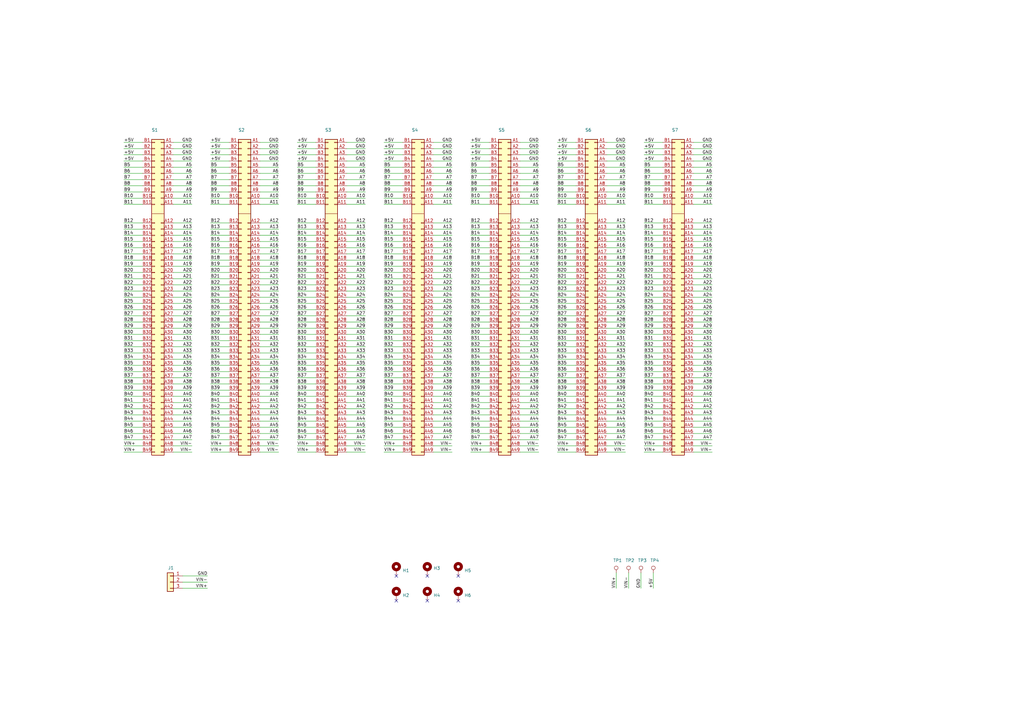
<source format=kicad_sch>
(kicad_sch (version 20230121) (generator eeschema)
  (paper "A3")
  (title_block (title "Backplane board") (date "2023-05-13") (rev "0.2"))
  (no_connect (at 175.26 246.38))
  (no_connect (at 162.56 236.22))
  (no_connect (at 175.26 236.22))
  (no_connect (at 187.96 236.22))
  (no_connect (at 162.56 246.38))
  (no_connect (at 187.96 246.38))
  (wire (pts (xy 142.24 71.12) (xy 149.86 71.12)))
  (wire (pts (xy 50.8 147.32) (xy 58.42 147.32)))
  (wire (pts (xy 121.92 111.76) (xy 129.54 111.76)))
  (wire (pts (xy 71.12 101.6) (xy 78.74 101.6)))
  (wire (pts (xy 193.04 58.42) (xy 200.66 58.42)))
  (wire (pts (xy 142.24 134.62) (xy 149.86 134.62)))
  (wire (pts (xy 157.48 132.08) (xy 165.1 132.08)))
  (wire (pts (xy 213.36 185.42) (xy 220.98 185.42)))
  (wire (pts (xy 177.8 170.18) (xy 185.42 170.18)))
  (wire (pts (xy 71.12 137.16) (xy 78.74 137.16)))
  (wire (pts (xy 213.36 167.64) (xy 220.98 167.64)))
  (wire (pts (xy 213.36 124.46) (xy 220.98 124.46)))
  (wire (pts (xy 142.24 167.64) (xy 149.86 167.64)))
  (wire (pts (xy 228.6 180.34) (xy 236.22 180.34)))
  (wire (pts (xy 284.48 78.74) (xy 292.1 78.74)))
  (wire (pts (xy 177.8 154.94) (xy 185.42 154.94)))
  (wire (pts (xy 213.36 93.98) (xy 220.98 93.98)))
  (wire (pts (xy 264.16 154.94) (xy 271.78 154.94)))
  (wire (pts (xy 157.48 165.1) (xy 165.1 165.1)))
  (wire (pts (xy 228.6 152.4) (xy 236.22 152.4)))
  (wire (pts (xy 228.6 172.72) (xy 236.22 172.72)))
  (wire (pts (xy 228.6 91.44) (xy 236.22 91.44)))
  (wire (pts (xy 213.36 114.3) (xy 220.98 114.3)))
  (wire (pts (xy 71.12 114.3) (xy 78.74 114.3)))
  (wire (pts (xy 86.36 144.78) (xy 93.98 144.78)))
  (wire (pts (xy 177.8 114.3) (xy 185.42 114.3)))
  (wire (pts (xy 284.48 83.82) (xy 292.1 83.82)))
  (wire (pts (xy 248.92 99.06) (xy 256.54 99.06)))
  (wire (pts (xy 284.48 132.08) (xy 292.1 132.08)))
  (wire (pts (xy 193.04 114.3) (xy 200.66 114.3)))
  (wire (pts (xy 264.16 111.76) (xy 271.78 111.76)))
  (wire (pts (xy 228.6 96.52) (xy 236.22 96.52)))
  (wire (pts (xy 193.04 154.94) (xy 200.66 154.94)))
  (wire (pts (xy 284.48 129.54) (xy 292.1 129.54)))
  (wire (pts (xy 121.92 63.5) (xy 129.54 63.5)))
  (wire (pts (xy 71.12 129.54) (xy 78.74 129.54)))
  (wire (pts (xy 177.8 139.7) (xy 185.42 139.7)))
  (wire (pts (xy 264.16 185.42) (xy 271.78 185.42)))
  (wire (pts (xy 106.68 175.26) (xy 114.3 175.26)))
  (wire (pts (xy 121.92 119.38) (xy 129.54 119.38)))
  (wire (pts (xy 177.8 152.4) (xy 185.42 152.4)))
  (wire (pts (xy 86.36 101.6) (xy 93.98 101.6)))
  (wire (pts (xy 193.04 63.5) (xy 200.66 63.5)))
  (wire (pts (xy 193.04 132.08) (xy 200.66 132.08)))
  (wire (pts (xy 177.8 149.86) (xy 185.42 149.86)))
  (wire (pts (xy 106.68 91.44) (xy 114.3 91.44)))
  (wire (pts (xy 142.24 73.66) (xy 149.86 73.66)))
  (wire (pts (xy 50.8 119.38) (xy 58.42 119.38)))
  (wire (pts (xy 213.36 152.4) (xy 220.98 152.4)))
  (wire (pts (xy 86.36 114.3) (xy 93.98 114.3)))
  (wire (pts (xy 248.92 152.4) (xy 256.54 152.4)))
  (wire (pts (xy 284.48 142.24) (xy 292.1 142.24)))
  (wire (pts (xy 264.16 63.5) (xy 271.78 63.5)))
  (wire (pts (xy 71.12 175.26) (xy 78.74 175.26)))
  (wire (pts (xy 228.6 81.28) (xy 236.22 81.28)))
  (wire (pts (xy 121.92 66.04) (xy 129.54 66.04)))
  (wire (pts (xy 248.92 144.78) (xy 256.54 144.78)))
  (wire (pts (xy 264.16 114.3) (xy 271.78 114.3)))
  (wire (pts (xy 142.24 180.34) (xy 149.86 180.34)))
  (wire (pts (xy 106.68 137.16) (xy 114.3 137.16)))
  (wire (pts (xy 86.36 73.66) (xy 93.98 73.66)))
  (wire (pts (xy 228.6 134.62) (xy 236.22 134.62)))
  (wire (pts (xy 213.36 154.94) (xy 220.98 154.94)))
  (wire (pts (xy 86.36 119.38) (xy 93.98 119.38)))
  (wire (pts (xy 284.48 121.92) (xy 292.1 121.92)))
  (wire (pts (xy 284.48 182.88) (xy 292.1 182.88)))
  (wire (pts (xy 50.8 63.5) (xy 58.42 63.5)))
  (wire (pts (xy 248.92 162.56) (xy 256.54 162.56)))
  (wire (pts (xy 213.36 81.28) (xy 220.98 81.28)))
  (wire (pts (xy 50.8 83.82) (xy 58.42 83.82)))
  (wire (pts (xy 264.16 132.08) (xy 271.78 132.08)))
  (wire (pts (xy 106.68 93.98) (xy 114.3 93.98)))
  (wire (pts (xy 71.12 154.94) (xy 78.74 154.94)))
  (wire (pts (xy 106.68 101.6) (xy 114.3 101.6)))
  (wire (pts (xy 264.16 172.72) (xy 271.78 172.72)))
  (wire (pts (xy 284.48 119.38) (xy 292.1 119.38)))
  (wire (pts (xy 264.16 147.32) (xy 271.78 147.32)))
  (wire (pts (xy 142.24 177.8) (xy 149.86 177.8)))
  (wire (pts (xy 121.92 83.82) (xy 129.54 83.82)))
  (wire (pts (xy 106.68 106.68) (xy 114.3 106.68)))
  (wire (pts (xy 193.04 175.26) (xy 200.66 175.26)))
  (wire (pts (xy 213.36 182.88) (xy 220.98 182.88)))
  (wire (pts (xy 71.12 83.82) (xy 78.74 83.82)))
  (wire (pts (xy 248.92 76.2) (xy 256.54 76.2)))
  (wire (pts (xy 106.68 134.62) (xy 114.3 134.62)))
  (wire (pts (xy 157.48 147.32) (xy 165.1 147.32)))
  (wire (pts (xy 106.68 60.96) (xy 114.3 60.96)))
  (wire (pts (xy 193.04 172.72) (xy 200.66 172.72)))
  (wire (pts (xy 157.48 170.18) (xy 165.1 170.18)))
  (wire (pts (xy 50.8 144.78) (xy 58.42 144.78)))
  (wire (pts (xy 142.24 114.3) (xy 149.86 114.3)))
  (wire (pts (xy 86.36 93.98) (xy 93.98 93.98)))
  (wire (pts (xy 193.04 127) (xy 200.66 127)))
  (wire (pts (xy 50.8 129.54) (xy 58.42 129.54)))
  (wire (pts (xy 50.8 121.92) (xy 58.42 121.92)))
  (wire (pts (xy 142.24 152.4) (xy 149.86 152.4)))
  (wire (pts (xy 284.48 66.04) (xy 292.1 66.04)))
  (wire (pts (xy 284.48 180.34) (xy 292.1 180.34)))
  (wire (pts (xy 248.92 91.44) (xy 256.54 91.44)))
  (wire (pts (xy 213.36 160.02) (xy 220.98 160.02)))
  (wire (pts (xy 86.36 137.16) (xy 93.98 137.16)))
  (wire (pts (xy 193.04 99.06) (xy 200.66 99.06)))
  (wire (pts (xy 50.8 139.7) (xy 58.42 139.7)))
  (wire (pts (xy 50.8 137.16) (xy 58.42 137.16)))
  (wire (pts (xy 121.92 137.16) (xy 129.54 137.16)))
  (wire (pts (xy 284.48 109.22) (xy 292.1 109.22)))
  (wire (pts (xy 193.04 83.82) (xy 200.66 83.82)))
  (wire (pts (xy 50.8 96.52) (xy 58.42 96.52)))
  (wire (pts (xy 50.8 66.04) (xy 58.42 66.04)))
  (wire (pts (xy 86.36 180.34) (xy 93.98 180.34)))
  (wire (pts (xy 86.36 109.22) (xy 93.98 109.22)))
  (wire (pts (xy 264.16 81.28) (xy 271.78 81.28)))
  (wire (pts (xy 284.48 114.3) (xy 292.1 114.3)))
  (wire (pts (xy 213.36 119.38) (xy 220.98 119.38)))
  (wire (pts (xy 193.04 93.98) (xy 200.66 93.98)))
  (wire (pts (xy 264.16 142.24) (xy 271.78 142.24)))
  (wire (pts (xy 86.36 167.64) (xy 93.98 167.64)))
  (wire (pts (xy 106.68 119.38) (xy 114.3 119.38)))
  (wire (pts (xy 248.92 142.24) (xy 256.54 142.24)))
  (wire (pts (xy 262.89 234.95) (xy 262.89 241.3)))
  (wire (pts (xy 71.12 132.08) (xy 78.74 132.08)))
  (wire (pts (xy 50.8 167.64) (xy 58.42 167.64)))
  (wire (pts (xy 86.36 152.4) (xy 93.98 152.4)))
  (wire (pts (xy 121.92 127) (xy 129.54 127)))
  (wire (pts (xy 193.04 165.1) (xy 200.66 165.1)))
  (wire (pts (xy 264.16 175.26) (xy 271.78 175.26)))
  (wire (pts (xy 121.92 68.58) (xy 129.54 68.58)))
  (wire (pts (xy 248.92 170.18) (xy 256.54 170.18)))
  (wire (pts (xy 142.24 124.46) (xy 149.86 124.46)))
  (wire (pts (xy 71.12 172.72) (xy 78.74 172.72)))
  (wire (pts (xy 193.04 170.18) (xy 200.66 170.18)))
  (wire (pts (xy 157.48 162.56) (xy 165.1 162.56)))
  (wire (pts (xy 71.12 73.66) (xy 78.74 73.66)))
  (wire (pts (xy 50.8 101.6) (xy 58.42 101.6)))
  (wire (pts (xy 228.6 132.08) (xy 236.22 132.08)))
  (wire (pts (xy 284.48 104.14) (xy 292.1 104.14)))
  (wire (pts (xy 106.68 129.54) (xy 114.3 129.54)))
  (wire (pts (xy 50.8 182.88) (xy 58.42 182.88)))
  (wire (pts (xy 248.92 121.92) (xy 256.54 121.92)))
  (wire (pts (xy 71.12 76.2) (xy 78.74 76.2)))
  (wire (pts (xy 228.6 76.2) (xy 236.22 76.2)))
  (wire (pts (xy 50.8 76.2) (xy 58.42 76.2)))
  (wire (pts (xy 248.92 167.64) (xy 256.54 167.64)))
  (wire (pts (xy 50.8 109.22) (xy 58.42 109.22)))
  (wire (pts (xy 157.48 119.38) (xy 165.1 119.38)))
  (wire (pts (xy 177.8 119.38) (xy 185.42 119.38)))
  (wire (pts (xy 50.8 60.96) (xy 58.42 60.96)))
  (wire (pts (xy 248.92 134.62) (xy 256.54 134.62)))
  (wire (pts (xy 193.04 147.32) (xy 200.66 147.32)))
  (wire (pts (xy 157.48 104.14) (xy 165.1 104.14)))
  (wire (pts (xy 177.8 182.88) (xy 185.42 182.88)))
  (wire (pts (xy 228.6 170.18) (xy 236.22 170.18)))
  (wire (pts (xy 86.36 76.2) (xy 93.98 76.2)))
  (wire (pts (xy 142.24 106.68) (xy 149.86 106.68)))
  (wire (pts (xy 213.36 116.84) (xy 220.98 116.84)))
  (wire (pts (xy 257.81 234.95) (xy 257.81 241.3)))
  (wire (pts (xy 284.48 71.12) (xy 292.1 71.12)))
  (wire (pts (xy 264.16 106.68) (xy 271.78 106.68)))
  (wire (pts (xy 177.8 66.04) (xy 185.42 66.04)))
  (wire (pts (xy 71.12 66.04) (xy 78.74 66.04)))
  (wire (pts (xy 213.36 172.72) (xy 220.98 172.72)))
  (wire (pts (xy 228.6 167.64) (xy 236.22 167.64)))
  (wire (pts (xy 177.8 104.14) (xy 185.42 104.14)))
  (wire (pts (xy 106.68 182.88) (xy 114.3 182.88)))
  (wire (pts (xy 264.16 139.7) (xy 271.78 139.7)))
  (wire (pts (xy 177.8 71.12) (xy 185.42 71.12)))
  (wire (pts (xy 284.48 58.42) (xy 292.1 58.42)))
  (wire (pts (xy 228.6 68.58) (xy 236.22 68.58)))
  (wire (pts (xy 284.48 149.86) (xy 292.1 149.86)))
  (wire (pts (xy 106.68 154.94) (xy 114.3 154.94)))
  (wire (pts (xy 193.04 142.24) (xy 200.66 142.24)))
  (wire (pts (xy 106.68 177.8) (xy 114.3 177.8)))
  (wire (pts (xy 284.48 152.4) (xy 292.1 152.4)))
  (wire (pts (xy 213.36 144.78) (xy 220.98 144.78)))
  (wire (pts (xy 71.12 180.34) (xy 78.74 180.34)))
  (wire (pts (xy 284.48 137.16) (xy 292.1 137.16)))
  (wire (pts (xy 193.04 167.64) (xy 200.66 167.64)))
  (wire (pts (xy 284.48 167.64) (xy 292.1 167.64)))
  (wire (pts (xy 121.92 99.06) (xy 129.54 99.06)))
  (wire (pts (xy 177.8 172.72) (xy 185.42 172.72)))
  (wire (pts (xy 142.24 132.08) (xy 149.86 132.08)))
  (wire (pts (xy 106.68 78.74) (xy 114.3 78.74)))
  (wire (pts (xy 86.36 162.56) (xy 93.98 162.56)))
  (wire (pts (xy 264.16 165.1) (xy 271.78 165.1)))
  (wire (pts (xy 228.6 147.32) (xy 236.22 147.32)))
  (wire (pts (xy 213.36 106.68) (xy 220.98 106.68)))
  (wire (pts (xy 177.8 63.5) (xy 185.42 63.5)))
  (wire (pts (xy 86.36 66.04) (xy 93.98 66.04)))
  (wire (pts (xy 142.24 119.38) (xy 149.86 119.38)))
  (wire (pts (xy 228.6 116.84) (xy 236.22 116.84)))
  (wire (pts (xy 177.8 111.76) (xy 185.42 111.76)))
  (wire (pts (xy 121.92 182.88) (xy 129.54 182.88)))
  (wire (pts (xy 106.68 162.56) (xy 114.3 162.56)))
  (wire (pts (xy 157.48 60.96) (xy 165.1 60.96)))
  (wire (pts (xy 50.8 157.48) (xy 58.42 157.48)))
  (wire (pts (xy 50.8 124.46) (xy 58.42 124.46)))
  (wire (pts (xy 71.12 119.38) (xy 78.74 119.38)))
  (wire (pts (xy 228.6 106.68) (xy 236.22 106.68)))
  (wire (pts (xy 228.6 142.24) (xy 236.22 142.24)))
  (wire (pts (xy 177.8 160.02) (xy 185.42 160.02)))
  (wire (pts (xy 213.36 149.86) (xy 220.98 149.86)))
  (wire (pts (xy 71.12 104.14) (xy 78.74 104.14)))
  (wire (pts (xy 177.8 121.92) (xy 185.42 121.92)))
  (wire (pts (xy 121.92 160.02) (xy 129.54 160.02)))
  (wire (pts (xy 86.36 177.8) (xy 93.98 177.8)))
  (wire (pts (xy 86.36 132.08) (xy 93.98 132.08)))
  (wire (pts (xy 264.16 137.16) (xy 271.78 137.16)))
  (wire (pts (xy 228.6 78.74) (xy 236.22 78.74)))
  (wire (pts (xy 248.92 96.52) (xy 256.54 96.52)))
  (wire (pts (xy 284.48 147.32) (xy 292.1 147.32)))
  (wire (pts (xy 193.04 149.86) (xy 200.66 149.86)))
  (wire (pts (xy 142.24 175.26) (xy 149.86 175.26)))
  (wire (pts (xy 142.24 63.5) (xy 149.86 63.5)))
  (wire (pts (xy 264.16 152.4) (xy 271.78 152.4)))
  (wire (pts (xy 193.04 96.52) (xy 200.66 96.52)))
  (wire (pts (xy 157.48 129.54) (xy 165.1 129.54)))
  (wire (pts (xy 264.16 58.42) (xy 271.78 58.42)))
  (wire (pts (xy 157.48 121.92) (xy 165.1 121.92)))
  (wire (pts (xy 157.48 63.5) (xy 165.1 63.5)))
  (wire (pts (xy 71.12 165.1) (xy 78.74 165.1)))
  (wire (pts (xy 213.36 68.58) (xy 220.98 68.58)))
  (wire (pts (xy 248.92 157.48) (xy 256.54 157.48)))
  (wire (pts (xy 213.36 71.12) (xy 220.98 71.12)))
  (wire (pts (xy 252.73 234.95) (xy 252.73 241.3)))
  (wire (pts (xy 177.8 83.82) (xy 185.42 83.82)))
  (wire (pts (xy 228.6 177.8) (xy 236.22 177.8)))
  (wire (pts (xy 157.48 134.62) (xy 165.1 134.62)))
  (wire (pts (xy 74.93 238.76) (xy 85.09 238.76)))
  (wire (pts (xy 71.12 121.92) (xy 78.74 121.92)))
  (wire (pts (xy 86.36 129.54) (xy 93.98 129.54)))
  (wire (pts (xy 284.48 139.7) (xy 292.1 139.7)))
  (wire (pts (xy 142.24 91.44) (xy 149.86 91.44)))
  (wire (pts (xy 157.48 111.76) (xy 165.1 111.76)))
  (wire (pts (xy 50.8 149.86) (xy 58.42 149.86)))
  (wire (pts (xy 248.92 63.5) (xy 256.54 63.5)))
  (wire (pts (xy 264.16 60.96) (xy 271.78 60.96)))
  (wire (pts (xy 248.92 104.14) (xy 256.54 104.14)))
  (wire (pts (xy 71.12 81.28) (xy 78.74 81.28)))
  (wire (pts (xy 157.48 177.8) (xy 165.1 177.8)))
  (wire (pts (xy 71.12 111.76) (xy 78.74 111.76)))
  (wire (pts (xy 157.48 160.02) (xy 165.1 160.02)))
  (wire (pts (xy 177.8 132.08) (xy 185.42 132.08)))
  (wire (pts (xy 284.48 165.1) (xy 292.1 165.1)))
  (wire (pts (xy 142.24 170.18) (xy 149.86 170.18)))
  (wire (pts (xy 142.24 101.6) (xy 149.86 101.6)))
  (wire (pts (xy 106.68 139.7) (xy 114.3 139.7)))
  (wire (pts (xy 248.92 116.84) (xy 256.54 116.84)))
  (wire (pts (xy 264.16 134.62) (xy 271.78 134.62)))
  (wire (pts (xy 106.68 147.32) (xy 114.3 147.32)))
  (wire (pts (xy 106.68 66.04) (xy 114.3 66.04)))
  (wire (pts (xy 106.68 124.46) (xy 114.3 124.46)))
  (wire (pts (xy 213.36 162.56) (xy 220.98 162.56)))
  (wire (pts (xy 142.24 76.2) (xy 149.86 76.2)))
  (wire (pts (xy 228.6 154.94) (xy 236.22 154.94)))
  (wire (pts (xy 228.6 129.54) (xy 236.22 129.54)))
  (wire (pts (xy 86.36 139.7) (xy 93.98 139.7)))
  (wire (pts (xy 248.92 132.08) (xy 256.54 132.08)))
  (wire (pts (xy 121.92 170.18) (xy 129.54 170.18)))
  (wire (pts (xy 248.92 177.8) (xy 256.54 177.8)))
  (wire (pts (xy 71.12 152.4) (xy 78.74 152.4)))
  (wire (pts (xy 86.36 147.32) (xy 93.98 147.32)))
  (wire (pts (xy 228.6 60.96) (xy 236.22 60.96)))
  (wire (pts (xy 142.24 66.04) (xy 149.86 66.04)))
  (wire (pts (xy 193.04 116.84) (xy 200.66 116.84)))
  (wire (pts (xy 213.36 165.1) (xy 220.98 165.1)))
  (wire (pts (xy 228.6 139.7) (xy 236.22 139.7)))
  (wire (pts (xy 121.92 139.7) (xy 129.54 139.7)))
  (wire (pts (xy 177.8 58.42) (xy 185.42 58.42)))
  (wire (pts (xy 86.36 160.02) (xy 93.98 160.02)))
  (wire (pts (xy 121.92 121.92) (xy 129.54 121.92)))
  (wire (pts (xy 193.04 134.62) (xy 200.66 134.62)))
  (wire (pts (xy 264.16 124.46) (xy 271.78 124.46)))
  (wire (pts (xy 121.92 76.2) (xy 129.54 76.2)))
  (wire (pts (xy 106.68 111.76) (xy 114.3 111.76)))
  (wire (pts (xy 142.24 78.74) (xy 149.86 78.74)))
  (wire (pts (xy 248.92 127) (xy 256.54 127)))
  (wire (pts (xy 193.04 91.44) (xy 200.66 91.44)))
  (wire (pts (xy 50.8 162.56) (xy 58.42 162.56)))
  (wire (pts (xy 50.8 71.12) (xy 58.42 71.12)))
  (wire (pts (xy 86.36 104.14) (xy 93.98 104.14)))
  (wire (pts (xy 121.92 175.26) (xy 129.54 175.26)))
  (wire (pts (xy 121.92 132.08) (xy 129.54 132.08)))
  (wire (pts (xy 86.36 121.92) (xy 93.98 121.92)))
  (wire (pts (xy 284.48 81.28) (xy 292.1 81.28)))
  (wire (pts (xy 157.48 142.24) (xy 165.1 142.24)))
  (wire (pts (xy 121.92 147.32) (xy 129.54 147.32)))
  (wire (pts (xy 50.8 180.34) (xy 58.42 180.34)))
  (wire (pts (xy 106.68 132.08) (xy 114.3 132.08)))
  (wire (pts (xy 142.24 160.02) (xy 149.86 160.02)))
  (wire (pts (xy 142.24 147.32) (xy 149.86 147.32)))
  (wire (pts (xy 264.16 116.84) (xy 271.78 116.84)))
  (wire (pts (xy 86.36 60.96) (xy 93.98 60.96)))
  (wire (pts (xy 284.48 144.78) (xy 292.1 144.78)))
  (wire (pts (xy 228.6 149.86) (xy 236.22 149.86)))
  (wire (pts (xy 71.12 147.32) (xy 78.74 147.32)))
  (wire (pts (xy 177.8 124.46) (xy 185.42 124.46)))
  (wire (pts (xy 213.36 111.76) (xy 220.98 111.76)))
  (wire (pts (xy 50.8 93.98) (xy 58.42 93.98)))
  (wire (pts (xy 248.92 83.82) (xy 256.54 83.82)))
  (wire (pts (xy 74.93 241.3) (xy 85.09 241.3)))
  (wire (pts (xy 157.48 172.72) (xy 165.1 172.72)))
  (wire (pts (xy 86.36 124.46) (xy 93.98 124.46)))
  (wire (pts (xy 228.6 160.02) (xy 236.22 160.02)))
  (wire (pts (xy 86.36 83.82) (xy 93.98 83.82)))
  (wire (pts (xy 193.04 106.68) (xy 200.66 106.68)))
  (wire (pts (xy 50.8 116.84) (xy 58.42 116.84)))
  (wire (pts (xy 177.8 81.28) (xy 185.42 81.28)))
  (wire (pts (xy 248.92 68.58) (xy 256.54 68.58)))
  (wire (pts (xy 86.36 68.58) (xy 93.98 68.58)))
  (wire (pts (xy 121.92 144.78) (xy 129.54 144.78)))
  (wire (pts (xy 86.36 111.76) (xy 93.98 111.76)))
  (wire (pts (xy 71.12 162.56) (xy 78.74 162.56)))
  (wire (pts (xy 228.6 137.16) (xy 236.22 137.16)))
  (wire (pts (xy 106.68 152.4) (xy 114.3 152.4)))
  (wire (pts (xy 142.24 142.24) (xy 149.86 142.24)))
  (wire (pts (xy 228.6 58.42) (xy 236.22 58.42)))
  (wire (pts (xy 86.36 116.84) (xy 93.98 116.84)))
  (wire (pts (xy 193.04 104.14) (xy 200.66 104.14)))
  (wire (pts (xy 213.36 58.42) (xy 220.98 58.42)))
  (wire (pts (xy 177.8 177.8) (xy 185.42 177.8)))
  (wire (pts (xy 264.16 129.54) (xy 271.78 129.54)))
  (wire (pts (xy 213.36 96.52) (xy 220.98 96.52)))
  (wire (pts (xy 142.24 172.72) (xy 149.86 172.72)))
  (wire (pts (xy 228.6 66.04) (xy 236.22 66.04)))
  (wire (pts (xy 86.36 63.5) (xy 93.98 63.5)))
  (wire (pts (xy 264.16 83.82) (xy 271.78 83.82)))
  (wire (pts (xy 106.68 149.86) (xy 114.3 149.86)))
  (wire (pts (xy 121.92 157.48) (xy 129.54 157.48)))
  (wire (pts (xy 71.12 182.88) (xy 78.74 182.88)))
  (wire (pts (xy 121.92 167.64) (xy 129.54 167.64)))
  (wire (pts (xy 50.8 58.42) (xy 58.42 58.42)))
  (wire (pts (xy 71.12 60.96) (xy 78.74 60.96)))
  (wire (pts (xy 142.24 162.56) (xy 149.86 162.56)))
  (wire (pts (xy 86.36 172.72) (xy 93.98 172.72)))
  (wire (pts (xy 106.68 104.14) (xy 114.3 104.14)))
  (wire (pts (xy 284.48 101.6) (xy 292.1 101.6)))
  (wire (pts (xy 106.68 165.1) (xy 114.3 165.1)))
  (wire (pts (xy 213.36 180.34) (xy 220.98 180.34)))
  (wire (pts (xy 193.04 157.48) (xy 200.66 157.48)))
  (wire (pts (xy 193.04 109.22) (xy 200.66 109.22)))
  (wire (pts (xy 264.16 121.92) (xy 271.78 121.92)))
  (wire (pts (xy 71.12 116.84) (xy 78.74 116.84)))
  (wire (pts (xy 71.12 170.18) (xy 78.74 170.18)))
  (wire (pts (xy 248.92 129.54) (xy 256.54 129.54)))
  (wire (pts (xy 142.24 104.14) (xy 149.86 104.14)))
  (wire (pts (xy 121.92 71.12) (xy 129.54 71.12)))
  (wire (pts (xy 142.24 157.48) (xy 149.86 157.48)))
  (wire (pts (xy 71.12 134.62) (xy 78.74 134.62)))
  (wire (pts (xy 177.8 142.24) (xy 185.42 142.24)))
  (wire (pts (xy 121.92 81.28) (xy 129.54 81.28)))
  (wire (pts (xy 121.92 162.56) (xy 129.54 162.56)))
  (wire (pts (xy 106.68 144.78) (xy 114.3 144.78)))
  (wire (pts (xy 213.36 63.5) (xy 220.98 63.5)))
  (wire (pts (xy 142.24 83.82) (xy 149.86 83.82)))
  (wire (pts (xy 50.8 175.26) (xy 58.42 175.26)))
  (wire (pts (xy 106.68 83.82) (xy 114.3 83.82)))
  (wire (pts (xy 71.12 91.44) (xy 78.74 91.44)))
  (wire (pts (xy 193.04 144.78) (xy 200.66 144.78)))
  (wire (pts (xy 284.48 93.98) (xy 292.1 93.98)))
  (wire (pts (xy 157.48 154.94) (xy 165.1 154.94)))
  (wire (pts (xy 264.16 157.48) (xy 271.78 157.48)))
  (wire (pts (xy 177.8 78.74) (xy 185.42 78.74)))
  (wire (pts (xy 248.92 81.28) (xy 256.54 81.28)))
  (wire (pts (xy 284.48 134.62) (xy 292.1 134.62)))
  (wire (pts (xy 50.8 104.14) (xy 58.42 104.14)))
  (wire (pts (xy 177.8 137.16) (xy 185.42 137.16)))
  (wire (pts (xy 213.36 139.7) (xy 220.98 139.7)))
  (wire (pts (xy 71.12 127) (xy 78.74 127)))
  (wire (pts (xy 106.68 71.12) (xy 114.3 71.12)))
  (wire (pts (xy 248.92 119.38) (xy 256.54 119.38)))
  (wire (pts (xy 248.92 185.42) (xy 256.54 185.42)))
  (wire (pts (xy 106.68 172.72) (xy 114.3 172.72)))
  (wire (pts (xy 142.24 58.42) (xy 149.86 58.42)))
  (wire (pts (xy 157.48 109.22) (xy 165.1 109.22)))
  (wire (pts (xy 50.8 81.28) (xy 58.42 81.28)))
  (wire (pts (xy 142.24 144.78) (xy 149.86 144.78)))
  (wire (pts (xy 142.24 96.52) (xy 149.86 96.52)))
  (wire (pts (xy 121.92 185.42) (xy 129.54 185.42)))
  (wire (pts (xy 106.68 81.28) (xy 114.3 81.28)))
  (wire (pts (xy 177.8 157.48) (xy 185.42 157.48)))
  (wire (pts (xy 157.48 73.66) (xy 165.1 73.66)))
  (wire (pts (xy 142.24 137.16) (xy 149.86 137.16)))
  (wire (pts (xy 157.48 78.74) (xy 165.1 78.74)))
  (wire (pts (xy 71.12 177.8) (xy 78.74 177.8)))
  (wire (pts (xy 248.92 154.94) (xy 256.54 154.94)))
  (wire (pts (xy 264.16 93.98) (xy 271.78 93.98)))
  (wire (pts (xy 228.6 165.1) (xy 236.22 165.1)))
  (wire (pts (xy 228.6 99.06) (xy 236.22 99.06)))
  (wire (pts (xy 50.8 152.4) (xy 58.42 152.4)))
  (wire (pts (xy 157.48 106.68) (xy 165.1 106.68)))
  (wire (pts (xy 86.36 96.52) (xy 93.98 96.52)))
  (wire (pts (xy 228.6 111.76) (xy 236.22 111.76)))
  (wire (pts (xy 177.8 175.26) (xy 185.42 175.26)))
  (wire (pts (xy 71.12 96.52) (xy 78.74 96.52)))
  (wire (pts (xy 177.8 167.64) (xy 185.42 167.64)))
  (wire (pts (xy 121.92 172.72) (xy 129.54 172.72)))
  (wire (pts (xy 142.24 185.42) (xy 149.86 185.42)))
  (wire (pts (xy 213.36 147.32) (xy 220.98 147.32)))
  (wire (pts (xy 248.92 147.32) (xy 256.54 147.32)))
  (wire (pts (xy 121.92 73.66) (xy 129.54 73.66)))
  (wire (pts (xy 50.8 142.24) (xy 58.42 142.24)))
  (wire (pts (xy 248.92 101.6) (xy 256.54 101.6)))
  (wire (pts (xy 157.48 185.42) (xy 165.1 185.42)))
  (wire (pts (xy 228.6 109.22) (xy 236.22 109.22)))
  (wire (pts (xy 71.12 157.48) (xy 78.74 157.48)))
  (wire (pts (xy 50.8 106.68) (xy 58.42 106.68)))
  (wire (pts (xy 157.48 139.7) (xy 165.1 139.7)))
  (wire (pts (xy 71.12 139.7) (xy 78.74 139.7)))
  (wire (pts (xy 86.36 106.68) (xy 93.98 106.68)))
  (wire (pts (xy 50.8 165.1) (xy 58.42 165.1)))
  (wire (pts (xy 177.8 106.68) (xy 185.42 106.68)))
  (wire (pts (xy 177.8 109.22) (xy 185.42 109.22)))
  (wire (pts (xy 177.8 147.32) (xy 185.42 147.32)))
  (wire (pts (xy 106.68 157.48) (xy 114.3 157.48)))
  (wire (pts (xy 193.04 180.34) (xy 200.66 180.34)))
  (wire (pts (xy 157.48 180.34) (xy 165.1 180.34)))
  (wire (pts (xy 284.48 185.42) (xy 292.1 185.42)))
  (wire (pts (xy 142.24 93.98) (xy 149.86 93.98)))
  (wire (pts (xy 121.92 78.74) (xy 129.54 78.74)))
  (wire (pts (xy 248.92 175.26) (xy 256.54 175.26)))
  (wire (pts (xy 71.12 109.22) (xy 78.74 109.22)))
  (wire (pts (xy 264.16 68.58) (xy 271.78 68.58)))
  (wire (pts (xy 121.92 142.24) (xy 129.54 142.24)))
  (wire (pts (xy 106.68 96.52) (xy 114.3 96.52)))
  (wire (pts (xy 142.24 116.84) (xy 149.86 116.84)))
  (wire (pts (xy 157.48 58.42) (xy 165.1 58.42)))
  (wire (pts (xy 142.24 99.06) (xy 149.86 99.06)))
  (wire (pts (xy 86.36 170.18) (xy 93.98 170.18)))
  (wire (pts (xy 106.68 76.2) (xy 114.3 76.2)))
  (wire (pts (xy 213.36 66.04) (xy 220.98 66.04)))
  (wire (pts (xy 213.36 104.14) (xy 220.98 104.14)))
  (wire (pts (xy 264.16 170.18) (xy 271.78 170.18)))
  (wire (pts (xy 86.36 127) (xy 93.98 127)))
  (wire (pts (xy 193.04 139.7) (xy 200.66 139.7)))
  (wire (pts (xy 157.48 144.78) (xy 165.1 144.78)))
  (wire (pts (xy 50.8 78.74) (xy 58.42 78.74)))
  (wire (pts (xy 248.92 73.66) (xy 256.54 73.66)))
  (wire (pts (xy 248.92 60.96) (xy 256.54 60.96)))
  (wire (pts (xy 157.48 127) (xy 165.1 127)))
  (wire (pts (xy 193.04 68.58) (xy 200.66 68.58)))
  (wire (pts (xy 284.48 96.52) (xy 292.1 96.52)))
  (wire (pts (xy 264.16 177.8) (xy 271.78 177.8)))
  (wire (pts (xy 177.8 99.06) (xy 185.42 99.06)))
  (wire (pts (xy 106.68 99.06) (xy 114.3 99.06)))
  (wire (pts (xy 121.92 101.6) (xy 129.54 101.6)))
  (wire (pts (xy 157.48 91.44) (xy 165.1 91.44)))
  (wire (pts (xy 50.8 185.42) (xy 58.42 185.42)))
  (wire (pts (xy 228.6 93.98) (xy 236.22 93.98)))
  (wire (pts (xy 121.92 58.42) (xy 129.54 58.42)))
  (wire (pts (xy 71.12 167.64) (xy 78.74 167.64)))
  (wire (pts (xy 157.48 99.06) (xy 165.1 99.06)))
  (wire (pts (xy 50.8 177.8) (xy 58.42 177.8)))
  (wire (pts (xy 50.8 91.44) (xy 58.42 91.44)))
  (wire (pts (xy 264.16 119.38) (xy 271.78 119.38)))
  (wire (pts (xy 284.48 91.44) (xy 292.1 91.44)))
  (wire (pts (xy 264.16 91.44) (xy 271.78 91.44)))
  (wire (pts (xy 177.8 68.58) (xy 185.42 68.58)))
  (wire (pts (xy 106.68 73.66) (xy 114.3 73.66)))
  (wire (pts (xy 142.24 129.54) (xy 149.86 129.54)))
  (wire (pts (xy 142.24 81.28) (xy 149.86 81.28)))
  (wire (pts (xy 177.8 76.2) (xy 185.42 76.2)))
  (wire (pts (xy 213.36 121.92) (xy 220.98 121.92)))
  (wire (pts (xy 71.12 93.98) (xy 78.74 93.98)))
  (wire (pts (xy 177.8 165.1) (xy 185.42 165.1)))
  (wire (pts (xy 50.8 68.58) (xy 58.42 68.58)))
  (wire (pts (xy 193.04 60.96) (xy 200.66 60.96)))
  (wire (pts (xy 193.04 182.88) (xy 200.66 182.88)))
  (wire (pts (xy 121.92 106.68) (xy 129.54 106.68)))
  (wire (pts (xy 264.16 167.64) (xy 271.78 167.64)))
  (wire (pts (xy 106.68 109.22) (xy 114.3 109.22)))
  (wire (pts (xy 121.92 93.98) (xy 129.54 93.98)))
  (wire (pts (xy 71.12 185.42) (xy 78.74 185.42)))
  (wire (pts (xy 193.04 129.54) (xy 200.66 129.54)))
  (wire (pts (xy 284.48 73.66) (xy 292.1 73.66)))
  (wire (pts (xy 228.6 63.5) (xy 236.22 63.5)))
  (wire (pts (xy 248.92 66.04) (xy 256.54 66.04)))
  (wire (pts (xy 177.8 93.98) (xy 185.42 93.98)))
  (wire (pts (xy 248.92 139.7) (xy 256.54 139.7)))
  (wire (pts (xy 213.36 73.66) (xy 220.98 73.66)))
  (wire (pts (xy 71.12 106.68) (xy 78.74 106.68)))
  (wire (pts (xy 157.48 93.98) (xy 165.1 93.98)))
  (wire (pts (xy 177.8 180.34) (xy 185.42 180.34)))
  (wire (pts (xy 213.36 83.82) (xy 220.98 83.82)))
  (wire (pts (xy 142.24 109.22) (xy 149.86 109.22)))
  (wire (pts (xy 248.92 149.86) (xy 256.54 149.86)))
  (wire (pts (xy 86.36 165.1) (xy 93.98 165.1)))
  (wire (pts (xy 50.8 160.02) (xy 58.42 160.02)))
  (wire (pts (xy 106.68 58.42) (xy 114.3 58.42)))
  (wire (pts (xy 142.24 68.58) (xy 149.86 68.58)))
  (wire (pts (xy 157.48 167.64) (xy 165.1 167.64)))
  (wire (pts (xy 213.36 99.06) (xy 220.98 99.06)))
  (wire (pts (xy 50.8 154.94) (xy 58.42 154.94)))
  (wire (pts (xy 228.6 71.12) (xy 236.22 71.12)))
  (wire (pts (xy 284.48 177.8) (xy 292.1 177.8)))
  (wire (pts (xy 213.36 132.08) (xy 220.98 132.08)))
  (wire (pts (xy 177.8 101.6) (xy 185.42 101.6)))
  (wire (pts (xy 228.6 124.46) (xy 236.22 124.46)))
  (wire (pts (xy 228.6 175.26) (xy 236.22 175.26)))
  (wire (pts (xy 284.48 160.02) (xy 292.1 160.02)))
  (wire (pts (xy 71.12 142.24) (xy 78.74 142.24)))
  (wire (pts (xy 121.92 114.3) (xy 129.54 114.3)))
  (wire (pts (xy 193.04 177.8) (xy 200.66 177.8)))
  (wire (pts (xy 106.68 180.34) (xy 114.3 180.34)))
  (wire (pts (xy 157.48 96.52) (xy 165.1 96.52)))
  (wire (pts (xy 267.97 234.95) (xy 267.97 241.3)))
  (wire (pts (xy 121.92 149.86) (xy 129.54 149.86)))
  (wire (pts (xy 50.8 172.72) (xy 58.42 172.72)))
  (wire (pts (xy 228.6 114.3) (xy 236.22 114.3)))
  (wire (pts (xy 157.48 114.3) (xy 165.1 114.3)))
  (wire (pts (xy 106.68 116.84) (xy 114.3 116.84)))
  (wire (pts (xy 193.04 119.38) (xy 200.66 119.38)))
  (wire (pts (xy 213.36 109.22) (xy 220.98 109.22)))
  (wire (pts (xy 157.48 71.12) (xy 165.1 71.12)))
  (wire (pts (xy 264.16 78.74) (xy 271.78 78.74)))
  (wire (pts (xy 264.16 99.06) (xy 271.78 99.06)))
  (wire (pts (xy 86.36 185.42) (xy 93.98 185.42)))
  (wire (pts (xy 157.48 152.4) (xy 165.1 152.4)))
  (wire (pts (xy 177.8 60.96) (xy 185.42 60.96)))
  (wire (pts (xy 157.48 175.26) (xy 165.1 175.26)))
  (wire (pts (xy 284.48 127) (xy 292.1 127)))
  (wire (pts (xy 248.92 182.88) (xy 256.54 182.88)))
  (wire (pts (xy 228.6 182.88) (xy 236.22 182.88)))
  (wire (pts (xy 157.48 76.2) (xy 165.1 76.2)))
  (wire (pts (xy 142.24 111.76) (xy 149.86 111.76)))
  (wire (pts (xy 193.04 101.6) (xy 200.66 101.6)))
  (wire (pts (xy 142.24 60.96) (xy 149.86 60.96)))
  (wire (pts (xy 142.24 154.94) (xy 149.86 154.94)))
  (wire (pts (xy 284.48 60.96) (xy 292.1 60.96)))
  (wire (pts (xy 50.8 73.66) (xy 58.42 73.66)))
  (wire (pts (xy 193.04 152.4) (xy 200.66 152.4)))
  (wire (pts (xy 213.36 175.26) (xy 220.98 175.26)))
  (wire (pts (xy 86.36 58.42) (xy 93.98 58.42)))
  (wire (pts (xy 86.36 154.94) (xy 93.98 154.94)))
  (wire (pts (xy 121.92 152.4) (xy 129.54 152.4)))
  (wire (pts (xy 228.6 83.82) (xy 236.22 83.82)))
  (wire (pts (xy 193.04 160.02) (xy 200.66 160.02)))
  (wire (pts (xy 264.16 162.56) (xy 271.78 162.56)))
  (wire (pts (xy 86.36 81.28) (xy 93.98 81.28)))
  (wire (pts (xy 193.04 185.42) (xy 200.66 185.42)))
  (wire (pts (xy 264.16 160.02) (xy 271.78 160.02)))
  (wire (pts (xy 71.12 68.58) (xy 78.74 68.58)))
  (wire (pts (xy 213.36 76.2) (xy 220.98 76.2)))
  (wire (pts (xy 106.68 170.18) (xy 114.3 170.18)))
  (wire (pts (xy 248.92 106.68) (xy 256.54 106.68)))
  (wire (pts (xy 213.36 60.96) (xy 220.98 60.96)))
  (wire (pts (xy 71.12 71.12) (xy 78.74 71.12)))
  (wire (pts (xy 106.68 127) (xy 114.3 127)))
  (wire (pts (xy 248.92 160.02) (xy 256.54 160.02)))
  (wire (pts (xy 121.92 91.44) (xy 129.54 91.44)))
  (wire (pts (xy 142.24 139.7) (xy 149.86 139.7)))
  (wire (pts (xy 157.48 157.48) (xy 165.1 157.48)))
  (wire (pts (xy 248.92 93.98) (xy 256.54 93.98)))
  (wire (pts (xy 284.48 116.84) (xy 292.1 116.84)))
  (wire (pts (xy 213.36 129.54) (xy 220.98 129.54)))
  (wire (pts (xy 284.48 111.76) (xy 292.1 111.76)))
  (wire (pts (xy 213.36 137.16) (xy 220.98 137.16)))
  (wire (pts (xy 228.6 119.38) (xy 236.22 119.38)))
  (wire (pts (xy 264.16 66.04) (xy 271.78 66.04)))
  (wire (pts (xy 284.48 124.46) (xy 292.1 124.46)))
  (wire (pts (xy 121.92 154.94) (xy 129.54 154.94)))
  (wire (pts (xy 248.92 71.12) (xy 256.54 71.12)))
  (wire (pts (xy 248.92 165.1) (xy 256.54 165.1)))
  (wire (pts (xy 71.12 149.86) (xy 78.74 149.86)))
  (wire (pts (xy 193.04 162.56) (xy 200.66 162.56)))
  (wire (pts (xy 177.8 129.54) (xy 185.42 129.54)))
  (wire (pts (xy 142.24 149.86) (xy 149.86 149.86)))
  (wire (pts (xy 106.68 121.92) (xy 114.3 121.92)))
  (wire (pts (xy 284.48 157.48) (xy 292.1 157.48)))
  (wire (pts (xy 177.8 91.44) (xy 185.42 91.44)))
  (wire (pts (xy 71.12 78.74) (xy 78.74 78.74)))
  (wire (pts (xy 142.24 182.88) (xy 149.86 182.88)))
  (wire (pts (xy 193.04 124.46) (xy 200.66 124.46)))
  (wire (pts (xy 106.68 167.64) (xy 114.3 167.64)))
  (wire (pts (xy 177.8 162.56) (xy 185.42 162.56)))
  (wire (pts (xy 142.24 165.1) (xy 149.86 165.1)))
  (wire (pts (xy 284.48 68.58) (xy 292.1 68.58)))
  (wire (pts (xy 157.48 137.16) (xy 165.1 137.16)))
  (wire (pts (xy 177.8 96.52) (xy 185.42 96.52)))
  (wire (pts (xy 284.48 106.68) (xy 292.1 106.68)))
  (wire (pts (xy 121.92 180.34) (xy 129.54 180.34)))
  (wire (pts (xy 71.12 144.78) (xy 78.74 144.78)))
  (wire (pts (xy 50.8 134.62) (xy 58.42 134.62)))
  (wire (pts (xy 264.16 104.14) (xy 271.78 104.14)))
  (wire (pts (xy 228.6 127) (xy 236.22 127)))
  (wire (pts (xy 86.36 71.12) (xy 93.98 71.12)))
  (wire (pts (xy 228.6 121.92) (xy 236.22 121.92)))
  (wire (pts (xy 86.36 182.88) (xy 93.98 182.88)))
  (wire (pts (xy 213.36 157.48) (xy 220.98 157.48)))
  (wire (pts (xy 50.8 132.08) (xy 58.42 132.08)))
  (wire (pts (xy 71.12 58.42) (xy 78.74 58.42)))
  (wire (pts (xy 193.04 73.66) (xy 200.66 73.66)))
  (wire (pts (xy 177.8 73.66) (xy 185.42 73.66)))
  (wire (pts (xy 71.12 124.46) (xy 78.74 124.46)))
  (wire (pts (xy 264.16 149.86) (xy 271.78 149.86)))
  (wire (pts (xy 228.6 101.6) (xy 236.22 101.6)))
  (wire (pts (xy 228.6 73.66) (xy 236.22 73.66)))
  (wire (pts (xy 50.8 170.18) (xy 58.42 170.18)))
  (wire (pts (xy 71.12 63.5) (xy 78.74 63.5)))
  (wire (pts (xy 228.6 157.48) (xy 236.22 157.48)))
  (wire (pts (xy 157.48 124.46) (xy 165.1 124.46)))
  (wire (pts (xy 213.36 170.18) (xy 220.98 170.18)))
  (wire (pts (xy 228.6 104.14) (xy 236.22 104.14)))
  (wire (pts (xy 157.48 149.86) (xy 165.1 149.86)))
  (wire (pts (xy 106.68 160.02) (xy 114.3 160.02)))
  (wire (pts (xy 264.16 182.88) (xy 271.78 182.88)))
  (wire (pts (xy 193.04 81.28) (xy 200.66 81.28)))
  (wire (pts (xy 106.68 114.3) (xy 114.3 114.3)))
  (wire (pts (xy 284.48 154.94) (xy 292.1 154.94)))
  (wire (pts (xy 71.12 99.06) (xy 78.74 99.06)))
  (wire (pts (xy 193.04 78.74) (xy 200.66 78.74)))
  (wire (pts (xy 86.36 99.06) (xy 93.98 99.06)))
  (wire (pts (xy 50.8 99.06) (xy 58.42 99.06)))
  (wire (pts (xy 177.8 127) (xy 185.42 127)))
  (wire (pts (xy 50.8 114.3) (xy 58.42 114.3)))
  (wire (pts (xy 157.48 83.82) (xy 165.1 83.82)))
  (wire (pts (xy 264.16 73.66) (xy 271.78 73.66)))
  (wire (pts (xy 248.92 172.72) (xy 256.54 172.72)))
  (wire (pts (xy 157.48 116.84) (xy 165.1 116.84)))
  (wire (pts (xy 213.36 78.74) (xy 220.98 78.74)))
  (wire (pts (xy 248.92 137.16) (xy 256.54 137.16)))
  (wire (pts (xy 121.92 177.8) (xy 129.54 177.8)))
  (wire (pts (xy 157.48 68.58) (xy 165.1 68.58)))
  (wire (pts (xy 86.36 142.24) (xy 93.98 142.24)))
  (wire (pts (xy 228.6 162.56) (xy 236.22 162.56)))
  (wire (pts (xy 264.16 76.2) (xy 271.78 76.2)))
  (wire (pts (xy 193.04 71.12) (xy 200.66 71.12)))
  (wire (pts (xy 248.92 78.74) (xy 256.54 78.74)))
  (wire (pts (xy 106.68 63.5) (xy 114.3 63.5)))
  (wire (pts (xy 228.6 144.78) (xy 236.22 144.78)))
  (wire (pts (xy 71.12 160.02) (xy 78.74 160.02)))
  (wire (pts (xy 264.16 127) (xy 271.78 127)))
  (wire (pts (xy 248.92 109.22) (xy 256.54 109.22)))
  (wire (pts (xy 228.6 185.42) (xy 236.22 185.42)))
  (wire (pts (xy 193.04 121.92) (xy 200.66 121.92)))
  (wire (pts (xy 157.48 66.04) (xy 165.1 66.04)))
  (wire (pts (xy 264.16 71.12) (xy 271.78 71.12)))
  (wire (pts (xy 284.48 162.56) (xy 292.1 162.56)))
  (wire (pts (xy 264.16 109.22) (xy 271.78 109.22)))
  (wire (pts (xy 86.36 78.74) (xy 93.98 78.74)))
  (wire (pts (xy 177.8 134.62) (xy 185.42 134.62)))
  (wire (pts (xy 213.36 127) (xy 220.98 127)))
  (wire (pts (xy 121.92 60.96) (xy 129.54 60.96)))
  (wire (pts (xy 248.92 111.76) (xy 256.54 111.76)))
  (wire (pts (xy 248.92 114.3) (xy 256.54 114.3)))
  (wire (pts (xy 248.92 124.46) (xy 256.54 124.46)))
  (wire (pts (xy 264.16 96.52) (xy 271.78 96.52)))
  (wire (pts (xy 86.36 175.26) (xy 93.98 175.26)))
  (wire (pts (xy 248.92 58.42) (xy 256.54 58.42)))
  (wire (pts (xy 193.04 76.2) (xy 200.66 76.2)))
  (wire (pts (xy 177.8 144.78) (xy 185.42 144.78)))
  (wire (pts (xy 121.92 104.14) (xy 129.54 104.14)))
  (wire (pts (xy 86.36 134.62) (xy 93.98 134.62)))
  (wire (pts (xy 106.68 185.42) (xy 114.3 185.42)))
  (wire (pts (xy 50.8 127) (xy 58.42 127)))
  (wire (pts (xy 193.04 111.76) (xy 200.66 111.76)))
  (wire (pts (xy 86.36 149.86) (xy 93.98 149.86)))
  (wire (pts (xy 213.36 91.44) (xy 220.98 91.44)))
  (wire (pts (xy 121.92 165.1) (xy 129.54 165.1)))
  (wire (pts (xy 213.36 101.6) (xy 220.98 101.6)))
  (wire (pts (xy 157.48 81.28) (xy 165.1 81.28)))
  (wire (pts (xy 177.8 116.84) (xy 185.42 116.84)))
  (wire (pts (xy 157.48 182.88) (xy 165.1 182.88)))
  (wire (pts (xy 264.16 144.78) (xy 271.78 144.78)))
  (wire (pts (xy 284.48 170.18) (xy 292.1 170.18)))
  (wire (pts (xy 121.92 129.54) (xy 129.54 129.54)))
  (wire (pts (xy 264.16 180.34) (xy 271.78 180.34)))
  (wire (pts (xy 86.36 157.48) (xy 93.98 157.48)))
  (wire (pts (xy 177.8 185.42) (xy 185.42 185.42)))
  (wire (pts (xy 284.48 63.5) (xy 292.1 63.5)))
  (wire (pts (xy 74.93 236.22) (xy 85.09 236.22)))
  (wire (pts (xy 284.48 76.2) (xy 292.1 76.2)))
  (wire (pts (xy 193.04 137.16) (xy 200.66 137.16)))
  (wire (pts (xy 106.68 142.24) (xy 114.3 142.24)))
  (wire (pts (xy 284.48 99.06) (xy 292.1 99.06)))
  (wire (pts (xy 121.92 96.52) (xy 129.54 96.52)))
  (wire (pts (xy 264.16 101.6) (xy 271.78 101.6)))
  (wire (pts (xy 142.24 127) (xy 149.86 127)))
  (wire (pts (xy 121.92 134.62) (xy 129.54 134.62)))
  (wire (pts (xy 157.48 101.6) (xy 165.1 101.6)))
  (wire (pts (xy 213.36 177.8) (xy 220.98 177.8)))
  (wire (pts (xy 121.92 116.84) (xy 129.54 116.84)))
  (wire (pts (xy 106.68 68.58) (xy 114.3 68.58)))
  (wire (pts (xy 193.04 66.04) (xy 200.66 66.04)))
  (wire (pts (xy 213.36 134.62) (xy 220.98 134.62)))
  (wire (pts (xy 121.92 124.46) (xy 129.54 124.46)))
  (wire (pts (xy 213.36 142.24) (xy 220.98 142.24)))
  (wire (pts (xy 248.92 180.34) (xy 256.54 180.34)))
  (wire (pts (xy 86.36 91.44) (xy 93.98 91.44)))
  (wire (pts (xy 284.48 172.72) (xy 292.1 172.72)))
  (wire (pts (xy 121.92 109.22) (xy 129.54 109.22)))
  (wire (pts (xy 142.24 121.92) (xy 149.86 121.92)))
  (wire (pts (xy 50.8 111.76) (xy 58.42 111.76)))
  (wire (pts (xy 284.48 175.26) (xy 292.1 175.26)))
  (label "A29" (at 149.86 134.62 180))
  (label "B46" (at 121.92 177.8 0))
  (label "VIN+" (at 157.48 185.42 0))
  (label "B26" (at 193.04 127 0))
  (label "A29" (at 292.1 134.62 180))
  (label "B22" (at 228.6 116.84 0))
  (label "+5V" (at 121.92 66.04 0))
  (label "B40" (at 264.16 162.56 0))
  (label "A24" (at 256.54 121.92 180))
  (label "A25" (at 292.1 124.46 180))
  (label "A32" (at 220.98 142.24 180))
  (label "B18" (at 193.04 106.68 0))
  (label "B42" (at 264.16 167.64 0))
  (label "A46" (at 149.86 177.8 180))
  (label "A13" (at 78.74 93.98 180))
  (label "B27" (at 121.92 129.54 0))
  (label "B23" (at 193.04 119.38 0))
  (label "B5" (at 121.92 68.58 0))
  (label "A24" (at 78.74 121.92 180))
  (label "B5" (at 86.36 68.58 0))
  (label "B28" (at 50.8 132.08 0))
  (label "B25" (at 86.36 124.46 0))
  (label "B18" (at 228.6 106.68 0))
  (label "GND" (at 85.09 236.22 180))
  (label "A19" (at 78.74 109.22 180))
  (label "A10" (at 78.74 81.28 180))
  (label "VIN+" (at 264.16 185.42 0))
  (label "A25" (at 256.54 124.46 180))
  (label "A19" (at 256.54 109.22 180))
  (label "B42" (at 228.6 167.64 0))
  (label "B14" (at 86.36 96.52 0))
  (label "+5V" (at 50.8 66.04 0))
  (label "B15" (at 193.04 99.06 0))
  (label "B34" (at 228.6 147.32 0))
  (label "A26" (at 256.54 127 180))
  (label "A7" (at 256.54 73.66 180))
  (label "A16" (at 114.3 101.6 180))
  (label "A22" (at 114.3 116.84 180))
  (label "B12" (at 193.04 91.44 0))
  (label "B38" (at 228.6 157.48 0))
  (label "A36" (at 185.42 152.4 180))
  (label "B18" (at 121.92 106.68 0))
  (label "A40" (at 256.54 162.56 180))
  (label "B10" (at 193.04 81.28 0))
  (label "B21" (at 228.6 114.3 0))
  (label "VIN+" (at 193.04 185.42 0))
  (label "A17" (at 256.54 104.14 180))
  (label "GND" (at 78.74 58.42 180))
  (label "B35" (at 264.16 149.86 0))
  (label "B38" (at 121.92 157.48 0))
  (label "A39" (at 292.1 160.02 180))
  (label "A11" (at 292.1 83.82 180))
  (label "A8" (at 220.98 76.2 180))
  (label "B6" (at 86.36 71.12 0))
  (label "A20" (at 149.86 111.76 180))
  (label "B24" (at 121.92 121.92 0))
  (label "GND" (at 292.1 63.5 180))
  (label "B14" (at 193.04 96.52 0))
  (label "B9" (at 86.36 78.74 0))
  (label "A40" (at 185.42 162.56 180))
  (label "B16" (at 50.8 101.6 0))
  (label "+5V" (at 228.6 58.42 0))
  (label "GND" (at 220.98 58.42 180))
  (label "B40" (at 228.6 162.56 0))
  (label "B26" (at 86.36 127 0))
  (label "B13" (at 50.8 93.98 0))
  (label "A34" (at 78.74 147.32 180))
  (label "A35" (at 292.1 149.86 180))
  (label "+5V" (at 264.16 58.42 0))
  (label "A38" (at 220.98 157.48 180))
  (label "A9" (at 292.1 78.74 180))
  (label "A6" (at 256.54 71.12 180))
  (label "B46" (at 228.6 177.8 0))
  (label "B22" (at 86.36 116.84 0))
  (label "B13" (at 86.36 93.98 0))
  (label "VIN-" (at 220.98 182.88 180))
  (label "B41" (at 157.48 165.1 0))
  (label "B11" (at 228.6 83.82 0))
  (label "B16" (at 157.48 101.6 0))
  (label "A11" (at 185.42 83.82 180))
  (label "GND" (at 220.98 66.04 180))
  (label "B47" (at 50.8 180.34 0))
  (label "A26" (at 149.86 127 180))
  (label "A35" (at 78.74 149.86 180))
  (label "B17" (at 50.8 104.14 0))
  (label "A20" (at 292.1 111.76 180))
  (label "B9" (at 264.16 78.74 0))
  (label "A42" (at 292.1 167.64 180))
  (label "A21" (at 256.54 114.3 180))
  (label "A41" (at 114.3 165.1 180))
  (label "+5V" (at 193.04 58.42 0))
  (label "A15" (at 185.42 99.06 180))
  (label "A18" (at 149.86 106.68 180))
  (label "A10" (at 292.1 81.28 180))
  (label "B43" (at 193.04 170.18 0))
  (label "A34" (at 114.3 147.32 180))
  (label "GND" (at 149.86 63.5 180))
  (label "A13" (at 220.98 93.98 180))
  (label "+5V" (at 157.48 58.42 0))
  (label "A47" (at 256.54 180.34 180))
  (label "B13" (at 228.6 93.98 0))
  (label "B12" (at 264.16 91.44 0))
  (label "B11" (at 121.92 83.82 0))
  (label "A23" (at 149.86 119.38 180))
  (label "B12" (at 86.36 91.44 0))
  (label "B21" (at 86.36 114.3 0))
  (label "GND" (at 185.42 66.04 180))
  (label "B18" (at 157.48 106.68 0))
  (label "A44" (at 220.98 172.72 180))
  (label "B41" (at 264.16 165.1 0))
  (label "B44" (at 228.6 172.72 0))
  (label "A16" (at 256.54 101.6 180))
  (label "GND" (at 220.98 63.5 180))
  (label "+5V" (at 50.8 60.96 0))
  (label "A24" (at 185.42 121.92 180))
  (label "A38" (at 185.42 157.48 180))
  (label "B47" (at 193.04 180.34 0))
  (label "B35" (at 121.92 149.86 0))
  (label "A45" (at 78.74 175.26 180))
  (label "B9" (at 157.48 78.74 0))
  (label "B42" (at 193.04 167.64 0))
  (label "+5V" (at 193.04 60.96 0))
  (label "B47" (at 86.36 180.34 0))
  (label "A10" (at 256.54 81.28 180))
  (label "B10" (at 121.92 81.28 0))
  (label "A18" (at 292.1 106.68 180))
  (label "GND" (at 78.74 63.5 180))
  (label "A29" (at 114.3 134.62 180))
  (label "+5V" (at 157.48 60.96 0))
  (label "GND" (at 256.54 63.5 180))
  (label "A35" (at 114.3 149.86 180))
  (label "A14" (at 114.3 96.52 180))
  (label "B42" (at 157.48 167.64 0))
  (label "A29" (at 220.98 134.62 180))
  (label "B22" (at 50.8 116.84 0))
  (label "A47" (at 78.74 180.34 180))
  (label "A42" (at 185.42 167.64 180))
  (label "GND" (at 292.1 66.04 180))
  (label "B9" (at 228.6 78.74 0))
  (label "B19" (at 264.16 109.22 0))
  (label "+5V" (at 228.6 63.5 0))
  (label "B16" (at 228.6 101.6 0))
  (label "A32" (at 114.3 142.24 180))
  (label "B14" (at 121.92 96.52 0))
  (label "B22" (at 193.04 116.84 0))
  (label "A27" (at 292.1 129.54 180))
  (label "A24" (at 149.86 121.92 180))
  (label "A46" (at 292.1 177.8 180))
  (label "A18" (at 185.42 106.68 180))
  (label "A19" (at 292.1 109.22 180))
  (label "A33" (at 220.98 144.78 180))
  (label "A8" (at 256.54 76.2 180))
  (label "A46" (at 220.98 177.8 180))
  (label "GND" (at 256.54 60.96 180))
  (label "A34" (at 185.42 147.32 180))
  (label "+5V" (at 193.04 63.5 0))
  (label "A33" (at 78.74 144.78 180))
  (label "B43" (at 121.92 170.18 0))
  (label "B9" (at 121.92 78.74 0))
  (label "B13" (at 121.92 93.98 0))
  (label "B28" (at 228.6 132.08 0))
  (label "A25" (at 220.98 124.46 180))
  (label "A43" (at 220.98 170.18 180))
  (label "A44" (at 185.42 172.72 180))
  (label "A11" (at 78.74 83.82 180))
  (label "B19" (at 86.36 109.22 0))
  (label "A45" (at 220.98 175.26 180))
  (label "A7" (at 185.42 73.66 180))
  (label "A41" (at 78.74 165.1 180))
  (label "B47" (at 121.92 180.34 0))
  (label "B19" (at 50.8 109.22 0))
  (label "GND" (at 149.86 60.96 180))
  (label "B17" (at 121.92 104.14 0))
  (label "B12" (at 121.92 91.44 0))
  (label "A36" (at 292.1 152.4 180))
  (label "A5" (at 149.86 68.58 180))
  (label "B20" (at 193.04 111.76 0))
  (label "A15" (at 78.74 99.06 180))
  (label "A30" (at 292.1 137.16 180))
  (label "A35" (at 185.42 149.86 180))
  (label "GND" (at 256.54 58.42 180))
  (label "A36" (at 149.86 152.4 180))
  (label "A29" (at 256.54 134.62 180))
  (label "+5V" (at 86.36 63.5 0))
  (label "B44" (at 86.36 172.72 0))
  (label "B36" (at 157.48 152.4 0))
  (label "A31" (at 292.1 139.7 180))
  (label "GND" (at 149.86 58.42 180))
  (label "A47" (at 185.42 180.34 180))
  (label "A30" (at 185.42 137.16 180))
  (label "A41" (at 292.1 165.1 180))
  (label "B37" (at 157.48 154.94 0))
  (label "A16" (at 185.42 101.6 180))
  (label "A6" (at 292.1 71.12 180))
  (label "B17" (at 264.16 104.14 0))
  (label "B21" (at 193.04 114.3 0))
  (label "A23" (at 114.3 119.38 180))
  (label "A30" (at 220.98 137.16 180))
  (label "B14" (at 228.6 96.52 0))
  (label "B44" (at 50.8 172.72 0))
  (label "B29" (at 264.16 134.62 0))
  (label "VIN+" (at 228.6 185.42 0))
  (label "VIN+" (at 157.48 182.88 0))
  (label "A33" (at 114.3 144.78 180))
  (label "A17" (at 220.98 104.14 180))
  (label "A16" (at 292.1 101.6 180))
  (label "B16" (at 86.36 101.6 0))
  (label "B42" (at 121.92 167.64 0))
  (label "B14" (at 50.8 96.52 0))
  (label "B36" (at 193.04 152.4 0))
  (label "B25" (at 157.48 124.46 0))
  (label "B7" (at 121.92 73.66 0))
  (label "VIN-" (at 85.09 238.76 180))
  (label "A16" (at 78.74 101.6 180))
  (label "B34" (at 50.8 147.32 0))
  (label "B21" (at 157.48 114.3 0))
  (label "A39" (at 78.74 160.02 180))
  (label "A12" (at 78.74 91.44 180))
  (label "B5" (at 228.6 68.58 0))
  (label "VIN-" (at 149.86 182.88 180))
  (label "A26" (at 220.98 127 180))
  (label "A25" (at 78.74 124.46 180))
  (label "A15" (at 149.86 99.06 180))
  (label "A30" (at 78.74 137.16 180))
  (label "B32" (at 86.36 142.24 0))
  (label "B44" (at 264.16 172.72 0))
  (label "A24" (at 292.1 121.92 180))
  (label "A29" (at 185.42 134.62 180))
  (label "B10" (at 50.8 81.28 0))
  (label "A38" (at 114.3 157.48 180))
  (label "VIN+" (at 264.16 182.88 0))
  (label "GND" (at 114.3 63.5 180))
  (label "VIN-" (at 185.42 182.88 180))
  (label "A21" (at 292.1 114.3 180))
  (label "A36" (at 78.74 152.4 180))
  (label "B9" (at 193.04 78.74 0))
  (label "B26" (at 50.8 127 0))
  (label "B20" (at 264.16 111.76 0))
  (label "A21" (at 114.3 114.3 180))
  (label "A32" (at 78.74 142.24 180))
  (label "A41" (at 185.42 165.1 180))
  (label "B5" (at 193.04 68.58 0))
  (label "B32" (at 50.8 142.24 0))
  (label "B23" (at 121.92 119.38 0))
  (label "B20" (at 228.6 111.76 0))
  (label "+5V" (at 157.48 66.04 0))
  (label "B18" (at 264.16 106.68 0))
  (label "A25" (at 185.42 124.46 180))
  (label "B17" (at 86.36 104.14 0))
  (label "B33" (at 121.92 144.78 0))
  (label "A46" (at 114.3 177.8 180))
  (label "B45" (at 264.16 175.26 0))
  (label "B6" (at 193.04 71.12 0))
  (label "B15" (at 86.36 99.06 0))
  (label "B5" (at 50.8 68.58 0))
  (label "+5V" (at 86.36 58.42 0))
  (label "A46" (at 185.42 177.8 180))
  (label "A39" (at 149.86 160.02 180))
  (label "B32" (at 121.92 142.24 0))
  (label "A23" (at 78.74 119.38 180))
  (label "B28" (at 264.16 132.08 0))
  (label "B37" (at 228.6 154.94 0))
  (label "B17" (at 157.48 104.14 0))
  (label "B13" (at 157.48 93.98 0))
  (label "A23" (at 220.98 119.38 180))
  (label "B33" (at 264.16 144.78 0))
  (label "B32" (at 157.48 142.24 0))
  (label "B36" (at 228.6 152.4 0))
  (label "B23" (at 157.48 119.38 0))
  (label "B11" (at 86.36 83.82 0))
  (label "A20" (at 256.54 111.76 180))
  (label "B12" (at 50.8 91.44 0))
  (label "VIN+" (at 228.6 182.88 0))
  (label "+5V" (at 121.92 58.42 0))
  (label "B24" (at 50.8 121.92 0))
  (label "B22" (at 157.48 116.84 0))
  (label "B40" (at 50.8 162.56 0))
  (label "VIN+" (at 121.92 185.42 0))
  (label "B42" (at 50.8 167.64 0))
  (label "A22" (at 256.54 116.84 180))
  (label "A21" (at 149.86 114.3 180))
  (label "GND" (at 185.42 60.96 180))
  (label "B30" (at 86.36 137.16 0))
  (label "A5" (at 78.74 68.58 180))
  (label "B37" (at 193.04 154.94 0))
  (label "A32" (at 256.54 142.24 180))
  (label "A43" (at 256.54 170.18 180))
  (label "A17" (at 114.3 104.14 180))
  (label "+5V" (at 121.92 63.5 0))
  (label "A24" (at 220.98 121.92 180))
  (label "A32" (at 292.1 142.24 180))
  (label "B24" (at 86.36 121.92 0))
  (label "B39" (at 193.04 160.02 0))
  (label "VIN+" (at 86.36 185.42 0))
  (label "+5V" (at 267.97 241.3 90))
  (label "B33" (at 50.8 144.78 0))
  (label "A41" (at 220.98 165.1 180))
  (label "A30" (at 114.3 137.16 180))
  (label "B16" (at 121.92 101.6 0))
  (label "A11" (at 149.86 83.82 180))
  (label "B46" (at 50.8 177.8 0))
  (label "B35" (at 157.48 149.86 0))
  (label "A22" (at 78.74 116.84 180))
  (label "A47" (at 292.1 180.34 180))
  (label "A9" (at 78.74 78.74 180))
  (label "A28" (at 256.54 132.08 180))
  (label "B25" (at 121.92 124.46 0))
  (label "A31" (at 256.54 139.7 180))
  (label "VIN-" (at 114.3 182.88 180))
  (label "A44" (at 114.3 172.72 180))
  (label "VIN-" (at 220.98 185.42 180))
  (label "B20" (at 50.8 111.76 0))
  (label "A7" (at 292.1 73.66 180))
  (label "B27" (at 228.6 129.54 0))
  (label "GND" (at 262.89 241.3 90))
  (label "A26" (at 292.1 127 180))
  (label "A31" (at 220.98 139.7 180))
  (label "B33" (at 228.6 144.78 0))
  (label "B27" (at 50.8 129.54 0))
  (label "A8" (at 149.86 76.2 180))
  (label "B32" (at 264.16 142.24 0))
  (label "A45" (at 292.1 175.26 180))
  (label "B15" (at 264.16 99.06 0))
  (label "B45" (at 121.92 175.26 0))
  (label "A10" (at 149.86 81.28 180))
  (label "A38" (at 292.1 157.48 180))
  (label "A43" (at 114.3 170.18 180))
  (label "A15" (at 220.98 99.06 180))
  (label "A12" (at 292.1 91.44 180))
  (label "B23" (at 228.6 119.38 0))
  (label "B31" (at 228.6 139.7 0))
  (label "A13" (at 292.1 93.98 180))
  (label "B39" (at 157.48 160.02 0))
  (label "B24" (at 264.16 121.92 0))
  (label "B27" (at 157.48 129.54 0))
  (label "B40" (at 193.04 162.56 0))
  (label "B29" (at 193.04 134.62 0))
  (label "A5" (at 185.42 68.58 180))
  (label "B41" (at 193.04 165.1 0))
  (label "B26" (at 228.6 127 0))
  (label "A34" (at 149.86 147.32 180))
  (label "B5" (at 157.48 68.58 0))
  (label "B8" (at 86.36 76.2 0))
  (label "A35" (at 220.98 149.86 180))
  (label "GND" (at 256.54 66.04 180))
  (label "B41" (at 86.36 165.1 0))
  (label "B36" (at 121.92 152.4 0))
  (label "B46" (at 86.36 177.8 0))
  (label "VIN-" (at 185.42 185.42 180))
  (label "B18" (at 50.8 106.68 0))
  (label "+5V" (at 121.92 60.96 0))
  (label "A29" (at 78.74 134.62 180))
  (label "A10" (at 114.3 81.28 180))
  (label "B26" (at 264.16 127 0))
  (label "B30" (at 193.04 137.16 0))
  (label "A15" (at 292.1 99.06 180))
  (label "+5V" (at 264.16 63.5 0))
  (label "A37" (at 149.86 154.94 180))
  (label "A26" (at 114.3 127 180))
  (label "A5" (at 292.1 68.58 180))
  (label "B41" (at 121.92 165.1 0))
  (label "A21" (at 185.42 114.3 180))
  (label "B37" (at 121.92 154.94 0))
  (label "A9" (at 149.86 78.74 180))
  (label "A36" (at 256.54 152.4 180))
  (label "B44" (at 193.04 172.72 0))
  (label "A12" (at 256.54 91.44 180))
  (label "B7" (at 50.8 73.66 0))
  (label "B34" (at 193.04 147.32 0))
  (label "B24" (at 157.48 121.92 0))
  (label "A18" (at 256.54 106.68 180))
  (label "B31" (at 86.36 139.7 0))
  (label "B29" (at 86.36 134.62 0))
  (label "A34" (at 256.54 147.32 180))
  (label "B36" (at 50.8 152.4 0))
  (label "A42" (at 78.74 167.64 180))
  (label "A21" (at 78.74 114.3 180))
  (label "B27" (at 86.36 129.54 0))
  (label "B23" (at 50.8 119.38 0))
  (label "B45" (at 193.04 175.26 0))
  (label "B12" (at 228.6 91.44 0))
  (label "B15" (at 157.48 99.06 0))
  (label "A9" (at 256.54 78.74 180))
  (label "B45" (at 157.48 175.26 0))
  (label "B22" (at 264.16 116.84 0))
  (label "A39" (at 185.42 160.02 180))
  (label "B38" (at 264.16 157.48 0))
  (label "A8" (at 292.1 76.2 180))
  (label "A47" (at 114.3 180.34 180))
  (label "A15" (at 114.3 99.06 180))
  (label "A16" (at 220.98 101.6 180))
  (label "B10" (at 157.48 81.28 0))
  (label "A27" (at 220.98 129.54 180))
  (label "A20" (at 114.3 111.76 180))
  (label "A31" (at 78.74 139.7 180))
  (label "A26" (at 78.74 127 180))
  (label "A16" (at 149.86 101.6 180))
  (label "A23" (at 185.42 119.38 180))
  (label "A38" (at 256.54 157.48 180))
  (label "A17" (at 292.1 104.14 180))
  (label "B7" (at 264.16 73.66 0))
  (label "B46" (at 264.16 177.8 0))
  (label "A8" (at 114.3 76.2 180))
  (label "B31" (at 121.92 139.7 0))
  (label "B25" (at 50.8 124.46 0))
  (label "B15" (at 50.8 99.06 0))
  (label "B10" (at 264.16 81.28 0))
  (label "VIN-" (at 114.3 185.42 180))
  (label "B8" (at 193.04 76.2 0))
  (label "B33" (at 86.36 144.78 0))
  (label "VIN-" (at 78.74 182.88 180))
  (label "A19" (at 114.3 109.22 180))
  (label "A28" (at 114.3 132.08 180))
  (label "B34" (at 264.16 147.32 0))
  (label "B43" (at 264.16 170.18 0))
  (label "B16" (at 193.04 101.6 0))
  (label "VIN+" (at 193.04 182.88 0))
  (label "A13" (at 185.42 93.98 180))
  (label "A19" (at 220.98 109.22 180))
  (label "VIN-" (at 256.54 185.42 180))
  (label "B44" (at 157.48 172.72 0))
  (label "B21" (at 50.8 114.3 0))
  (label "A43" (at 149.86 170.18 180))
  (label "VIN-" (at 292.1 185.42 180))
  (label "B11" (at 193.04 83.82 0))
  (label "A46" (at 256.54 177.8 180))
  (label "B11" (at 264.16 83.82 0))
  (label "B40" (at 121.92 162.56 0))
  (label "GND" (at 114.3 60.96 180))
  (label "GND" (at 78.74 66.04 180))
  (label "B45" (at 228.6 175.26 0))
  (label "B21" (at 264.16 114.3 0))
  (label "A37" (at 220.98 154.94 180))
  (label "A12" (at 114.3 91.44 180))
  (label "B20" (at 86.36 111.76 0))
  (label "A21" (at 220.98 114.3 180))
  (label "A37" (at 114.3 154.94 180))
  (label "A34" (at 292.1 147.32 180))
  (label "B37" (at 86.36 154.94 0))
  (label "A18" (at 78.74 106.68 180))
  (label "A27" (at 256.54 129.54 180))
  (label "A40" (at 114.3 162.56 180))
  (label "VIN+" (at 85.09 241.3 180))
  (label "B30" (at 157.48 137.16 0))
  (label "B15" (at 121.92 99.06 0))
  (label "A13" (at 149.86 93.98 180))
  (label "A7" (at 114.3 73.66 180))
  (label "A13" (at 256.54 93.98 180))
  (label "B45" (at 86.36 175.26 0))
  (label "VIN-" (at 78.74 185.42 180))
  (label "A44" (at 256.54 172.72 180))
  (label "B33" (at 157.48 144.78 0))
  (label "B26" (at 157.48 127 0))
  (label "A17" (at 78.74 104.14 180))
  (label "A12" (at 220.98 91.44 180))
  (label "B43" (at 157.48 170.18 0))
  (label "A36" (at 114.3 152.4 180))
  (label "B8" (at 121.92 76.2 0))
  (label "B23" (at 86.36 119.38 0))
  (label "A28" (at 78.74 132.08 180))
  (label "A10" (at 220.98 81.28 180))
  (label "A40" (at 78.74 162.56 180))
  (label "B29" (at 121.92 134.62 0))
  (label "+5V" (at 193.04 66.04 0))
  (label "B14" (at 264.16 96.52 0))
  (label "A27" (at 185.42 129.54 180))
  (label "A38" (at 78.74 157.48 180))
  (label "A18" (at 114.3 106.68 180))
  (label "A44" (at 149.86 172.72 180))
  (label "A41" (at 149.86 165.1 180))
  (label "VIN-" (at 292.1 182.88 180))
  (label "+5V" (at 264.16 66.04 0))
  (label "B29" (at 157.48 134.62 0))
  (label "A22" (at 292.1 116.84 180))
  (label "A45" (at 185.42 175.26 180))
  (label "A11" (at 220.98 83.82 180))
  (label "A6" (at 149.86 71.12 180))
  (label "A11" (at 114.3 83.82 180))
  (label "B42" (at 86.36 167.64 0))
  (label "B40" (at 86.36 162.56 0))
  (label "B47" (at 228.6 180.34 0))
  (label "A19" (at 149.86 109.22 180))
  (label "B38" (at 86.36 157.48 0))
  (label "B6" (at 121.92 71.12 0))
  (label "B37" (at 50.8 154.94 0))
  (label "B7" (at 86.36 73.66 0))
  (label "B34" (at 157.48 147.32 0))
  (label "A33" (at 149.86 144.78 180))
  (label "B39" (at 228.6 160.02 0))
  (label "A30" (at 256.54 137.16 180))
  (label "A5" (at 220.98 68.58 180))
  (label "A32" (at 185.42 142.24 180))
  (label "B47" (at 157.48 180.34 0))
  (label "GND" (at 220.98 60.96 180))
  (label "B25" (at 193.04 124.46 0))
  (label "A19" (at 185.42 109.22 180))
  (label "+5V" (at 50.8 58.42 0))
  (label "B45" (at 50.8 175.26 0))
  (label "B16" (at 264.16 101.6 0))
  (label "A6" (at 185.42 71.12 180))
  (label "A40" (at 292.1 162.56 180))
  (label "A6" (at 114.3 71.12 180))
  (label "A37" (at 78.74 154.94 180))
  (label "B20" (at 157.48 111.76 0))
  (label "B36" (at 264.16 152.4 0))
  (label "A45" (at 149.86 175.26 180))
  (label "B31" (at 50.8 139.7 0))
  (label "+5V" (at 264.16 60.96 0))
  (label "A14" (at 256.54 96.52 180))
  (label "B27" (at 264.16 129.54 0))
  (label "A45" (at 114.3 175.26 180))
  (label "A28" (at 220.98 132.08 180))
  (label "A39" (at 256.54 160.02 180))
  (label "A25" (at 149.86 124.46 180))
  (label "B8" (at 157.48 76.2 0))
  (label "A8" (at 78.74 76.2 180))
  (label "A12" (at 149.86 91.44 180))
  (label "A42" (at 114.3 167.64 180))
  (label "GND" (at 78.74 60.96 180))
  (label "B15" (at 228.6 99.06 0))
  (label "GND" (at 114.3 58.42 180))
  (label "VIN-" (at 257.81 241.3 90))
  (label "A44" (at 78.74 172.72 180))
  (label "A14" (at 149.86 96.52 180))
  (label "B6" (at 157.48 71.12 0))
  (label "A33" (at 256.54 144.78 180))
  (label "A10" (at 185.42 81.28 180))
  (label "+5V" (at 228.6 60.96 0))
  (label "A33" (at 185.42 144.78 180))
  (label "B41" (at 228.6 165.1 0))
  (label "A14" (at 220.98 96.52 180))
  (label "B13" (at 193.04 93.98 0))
  (label "GND" (at 292.1 60.96 180))
  (label "A12" (at 185.42 91.44 180))
  (label "B39" (at 86.36 160.02 0))
  (label "A39" (at 220.98 160.02 180))
  (label "+5V" (at 50.8 63.5 0))
  (label "A25" (at 114.3 124.46 180))
  (label "B36" (at 86.36 152.4 0))
  (label "B39" (at 50.8 160.02 0))
  (label "A41" (at 256.54 165.1 180))
  (label "A40" (at 149.86 162.56 180))
  (label "A28" (at 292.1 132.08 180))
  (label "+5V" (at 157.48 63.5 0))
  (label "B34" (at 121.92 147.32 0))
  (label "A18" (at 220.98 106.68 180))
  (label "B35" (at 193.04 149.86 0))
  (label "A20" (at 78.74 111.76 180))
  (label "B35" (at 50.8 149.86 0))
  (label "B43" (at 228.6 170.18 0))
  (label "A6" (at 220.98 71.12 180))
  (label "A37" (at 256.54 154.94 180))
  (label "B18" (at 86.36 106.68 0))
  (label "A40" (at 220.98 162.56 180))
  (label "B20" (at 121.92 111.76 0))
  (label "B25" (at 264.16 124.46 0))
  (label "A36" (at 220.98 152.4 180))
  (label "A28" (at 149.86 132.08 180))
  (label "B32" (at 228.6 142.24 0))
  (label "A27" (at 114.3 129.54 180))
  (label "VIN+" (at 86.36 182.88 0))
  (label "B40" (at 157.48 162.56 0))
  (label "B28" (at 121.92 132.08 0))
  (label "A5" (at 114.3 68.58 180))
  (label "B21" (at 121.92 114.3 0))
  (label "B41" (at 50.8 165.1 0))
  (label "A37" (at 292.1 154.94 180))
  (label "A17" (at 185.42 104.14 180))
  (label "B38" (at 50.8 157.48 0))
  (label "A11" (at 256.54 83.82 180))
  (label "B44" (at 121.92 172.72 0))
  (label "B30" (at 121.92 137.16 0))
  (label "A42" (at 220.98 167.64 180))
  (label "A44" (at 292.1 172.72 180))
  (label "A14" (at 78.74 96.52 180))
  (label "B29" (at 228.6 134.62 0))
  (label "GND" (at 185.42 58.42 180))
  (label "A42" (at 149.86 167.64 180))
  (label "A43" (at 292.1 170.18 180))
  (label "B25" (at 228.6 124.46 0))
  (label "A23" (at 292.1 119.38 180))
  (label "B23" (at 264.16 119.38 0))
  (label "B33" (at 193.04 144.78 0))
  (label "A27" (at 78.74 129.54 180))
  (label "B31" (at 264.16 139.7 0))
  (label "A24" (at 114.3 121.92 180))
  (label "A35" (at 256.54 149.86 180))
  (label "VIN+" (at 252.73 241.3 90))
  (label "A32" (at 149.86 142.24 180))
  (label "B7" (at 193.04 73.66 0))
  (label "B35" (at 86.36 149.86 0))
  (label "+5V" (at 228.6 66.04 0))
  (label "B5" (at 264.16 68.58 0))
  (label "B6" (at 264.16 71.12 0))
  (label "A35" (at 149.86 149.86 180))
  (label "A20" (at 185.42 111.76 180))
  (label "A45" (at 256.54 175.26 180))
  (label "B28" (at 193.04 132.08 0))
  (label "A9" (at 114.3 78.74 180))
  (label "B38" (at 193.04 157.48 0))
  (label "B10" (at 228.6 81.28 0))
  (label "B19" (at 121.92 109.22 0))
  (label "A8" (at 185.42 76.2 180))
  (label "A31" (at 149.86 139.7 180))
  (label "B10" (at 86.36 81.28 0))
  (label "B46" (at 157.48 177.8 0))
  (label "A14" (at 185.42 96.52 180))
  (label "B28" (at 157.48 132.08 0))
  (label "B31" (at 193.04 139.7 0))
  (label "A20" (at 220.98 111.76 180))
  (label "A22" (at 149.86 116.84 180))
  (label "A9" (at 185.42 78.74 180))
  (label "B46" (at 193.04 177.8 0))
  (label "B34" (at 86.36 147.32 0))
  (label "A7" (at 220.98 73.66 180))
  (label "A47" (at 220.98 180.34 180))
  (label "A28" (at 185.42 132.08 180))
  (label "VIN+" (at 50.8 182.88 0))
  (label "B11" (at 157.48 83.82 0))
  (label "B24" (at 228.6 121.92 0))
  (label "GND" (at 149.86 66.04 180))
  (label "A13" (at 114.3 93.98 180))
  (label "B6" (at 50.8 71.12 0))
  (label "B8" (at 264.16 76.2 0))
  (label "GND" (at 185.42 63.5 180))
  (label "A7" (at 149.86 73.66 180))
  (label "B7" (at 228.6 73.66 0))
  (label "B30" (at 50.8 137.16 0))
  (label "A39" (at 114.3 160.02 180))
  (label "VIN-" (at 256.54 182.88 180))
  (label "A31" (at 185.42 139.7 180))
  (label "B7" (at 157.48 73.66 0))
  (label "B38" (at 157.48 157.48 0))
  (label "A27" (at 149.86 129.54 180))
  (label "B32" (at 193.04 142.24 0))
  (label "B30" (at 228.6 137.16 0))
  (label "GND" (at 292.1 58.42 180))
  (label "A47" (at 149.86 180.34 180))
  (label "+5V" (at 86.36 60.96 0))
  (label "B12" (at 157.48 91.44 0))
  (label "B47" (at 264.16 180.34 0))
  (label "B24" (at 193.04 121.92 0))
  (label "A42" (at 256.54 167.64 180))
  (label "A22" (at 220.98 116.84 180))
  (label "B19" (at 193.04 109.22 0))
  (label "B8" (at 50.8 76.2 0))
  (label "B8" (at 228.6 76.2 0))
  (label "+5V" (at 86.36 66.04 0))
  (label "A43" (at 78.74 170.18 180))
  (label "B30" (at 264.16 137.16 0))
  (label "B37" (at 264.16 154.94 0))
  (label "A23" (at 256.54 119.38 180))
  (label "B27" (at 193.04 129.54 0))
  (label "B26" (at 121.92 127 0))
  (label "B13" (at 264.16 93.98 0))
  (label "A37" (at 185.42 154.94 180))
  (label "B19" (at 228.6 109.22 0))
  (label "A26" (at 185.42 127 180))
  (label "A22" (at 185.42 116.84 180))
  (label "B43" (at 50.8 170.18 0))
  (label "B22" (at 121.92 116.84 0))
  (label "A7" (at 78.74 73.66 180))
  (label "B9" (at 50.8 78.74 0))
  (label "B14" (at 157.48 96.52 0))
  (label "A6" (at 78.74 71.12 180))
  (label "B35" (at 228.6 149.86 0))
  (label "B43" (at 86.36 170.18 0))
  (label "B11" (at 50.8 83.82 0))
  (label "B28" (at 86.36 132.08 0))
  (label "A17" (at 149.86 104.14 180))
  (label "A33" (at 292.1 144.78 180))
  (label "A9" (at 220.98 78.74 180))
  (label "B19" (at 157.48 109.22 0))
  (label "B31" (at 157.48 139.7 0))
  (label "A46" (at 78.74 177.8 180))
  (label "B29" (at 50.8 134.62 0))
  (label "A15" (at 256.54 99.06 180))
  (label "VIN+" (at 50.8 185.42 0))
  (label "A43" (at 185.42 170.18 180))
  (label "A5" (at 256.54 68.58 180))
  (label "B6" (at 228.6 71.12 0))
  (label "A14" (at 292.1 96.52 180))
  (label "VIN-" (at 149.86 185.42 180))
  (label "B39" (at 121.92 160.02 0))
  (label "GND" (at 114.3 66.04 180))
  (label "B17" (at 193.04 104.14 0))
  (label "A31" (at 114.3 139.7 180))
  (label "B17" (at 228.6 104.14 0))
  (label "A34" (at 220.98 147.32 180))
  (label "B39" (at 264.16 160.02 0))
  (label "A38" (at 149.86 157.48 180))
  (label "A30" (at 149.86 137.16 180))
  (label "VIN+" (at 121.92 182.88 0))
  (symbol (lib_id "Mechanical:MountingHole_Pad") (at 162.56 243.84 0) (unit 1)
    (property "Reference" "H2" (at 165.1 244.1568 0) (effects (justify left)))
    (property "Value" "MountingHole" (effects hide))
    (property "Footprint" "MountingHole:MountingHole_3.2mm_M3_Pad_Via" (effects hide))
  )
  (symbol (lib_id "backplane:pcie_98_socket") (at 99.06 96.52 0) (unit 1)
    (property "Reference" "S2" (at 99.06 53.34 0))
    (property "Value" "pcie_98" (effects hide))
    (property "Footprint" "backplane:pcie_98_socket" (effects hide))
  )
  (symbol (lib_id "backplane:pcie_98_socket") (at 205.74 96.52 0) (unit 1)
    (property "Reference" "S5" (at 205.74 53.34 0))
    (property "Value" "pcie_98" (effects hide))
    (property "Footprint" "backplane:pcie_98_socket" (effects hide))
  )
  (symbol (lib_id "Mechanical:MountingHole_Pad") (at 175.26 243.84 0) (unit 1)
    (property "Reference" "H4" (at 177.8 244.1568 0) (effects (justify left)))
    (property "Value" "MountingHole" (effects hide))
    (property "Footprint" "MountingHole:MountingHole_3.2mm_M3_Pad_Via" (effects hide))
  )
  (symbol (lib_id "backplane:pcie_98_socket") (at 63.5 96.52 0) (unit 1)
    (property "Reference" "S1" (at 63.5 53.34 0))
    (property "Value" "pcie_98" (effects hide))
    (property "Footprint" "backplane:pcie_98_socket" (effects hide))
  )
  (symbol (lib_id "Mechanical:MountingHole_Pad") (at 187.96 243.84 0) (unit 1)
    (property "Reference" "H6" (at 190.5 244.1568 0) (effects (justify left)))
    (property "Value" "MountingHole" (effects hide))
    (property "Footprint" "MountingHole:MountingHole_3.2mm_M3_Pad_Via" (effects hide))
  )
  (symbol (lib_id "Mechanical:MountingHole_Pad") (at 175.26 233.68 0) (unit 1)
    (property "Reference" "H3" (at 177.8 233.0363 0) (effects (justify left)))
    (property "Value" "MountingHole" (effects hide))
    (property "Footprint" "MountingHole:MountingHole_3.2mm_M3_Pad_Via" (effects hide))
  )
  (symbol (lib_id "Mechanical:MountingHole_Pad") (at 162.56 233.68 0) (unit 1)
    (property "Reference" "H1" (at 165.1 233.9968 0) (effects (justify left)))
    (property "Value" "MountingHole" (effects hide))
    (property "Footprint" "MountingHole:MountingHole_3.2mm_M3_Pad_Via" (effects hide))
  )
  (symbol (lib_id "Connector_Generic:Conn_01x03") (at 69.85 238.76 0) (mirror y) (unit 1)
    (property "Reference" "J1" (at 70.104 232.918 0))
    (property "Value" "Conn_01x02_Pin" (effects hide))
    (property "Footprint" "backplane:TerminalBlock_3P_7.62mm" (effects hide))
    (property "LCSC" "C557662" (effects hide))
  )
  (symbol (lib_id "Connector:TestPoint") (at 267.97 236.22 0) (unit 1)
    (property "Reference" "TP4" (at 266.7 229.87 0) (effects (justify left)))
    (property "Value" "TestPoint" (effects hide))
    (property "Footprint" "common:Test_Pad" (effects hide))
  )
  (symbol (lib_id "backplane:pcie_98_socket") (at 170.18 96.52 0) (unit 1)
    (property "Reference" "S4" (at 170.18 53.34 0))
    (property "Value" "pcie_98" (effects hide))
    (property "Footprint" "backplane:pcie_98_socket" (effects hide))
  )
  (symbol (lib_id "Connector:TestPoint") (at 262.89 236.22 0) (unit 1)
    (property "Reference" "TP3" (at 261.62 229.87 0) (effects (justify left)))
    (property "Value" "TestPoint" (effects hide))
    (property "Footprint" "common:Test_Pad" (effects hide))
  )
  (symbol (lib_id "backplane:pcie_98_socket") (at 134.62 96.52 0) (unit 1)
    (property "Reference" "S3" (at 134.62 53.34 0))
    (property "Value" "pcie_98" (effects hide))
    (property "Footprint" "backplane:pcie_98_socket" (effects hide))
  )
  (symbol (lib_id "backplane:pcie_98_socket") (at 276.86 96.52 0) (unit 1)
    (property "Reference" "S7" (at 276.86 53.34 0))
    (property "Value" "pcie_98" (effects hide))
    (property "Footprint" "backplane:pcie_98_socket" (effects hide))
  )
  (symbol (lib_id "Connector:TestPoint") (at 252.73 236.22 0) (unit 1)
    (property "Reference" "TP1" (at 251.46 229.87 0) (effects (justify left)))
    (property "Value" "TestPoint" (effects hide))
    (property "Footprint" "common:Test_Pad" (effects hide))
  )
  (symbol (lib_id "backplane:pcie_98_socket") (at 241.3 96.52 0) (unit 1)
    (property "Reference" "S6" (at 241.3 53.34 0))
    (property "Value" "pcie_98" (effects hide))
    (property "Footprint" "backplane:pcie_98_socket" (effects hide))
  )
  (symbol (lib_id "Mechanical:MountingHole_Pad") (at 187.96 233.68 0) (unit 1)
    (property "Reference" "H5" (at 190.5 233.9968 0) (effects (justify left)))
    (property "Value" "MountingHole" (effects hide))
    (property "Footprint" "MountingHole:MountingHole_3.2mm_M3_Pad_Via" (effects hide))
  )
  (symbol (lib_id "Connector:TestPoint") (at 257.81 236.22 0) (unit 1)
    (property "Reference" "TP2" (at 256.54 229.87 0) (effects (justify left)))
    (property "Value" "TestPoint" (effects hide))
    (property "Footprint" "common:Test_Pad" (effects hide))
  )
)
</source>
